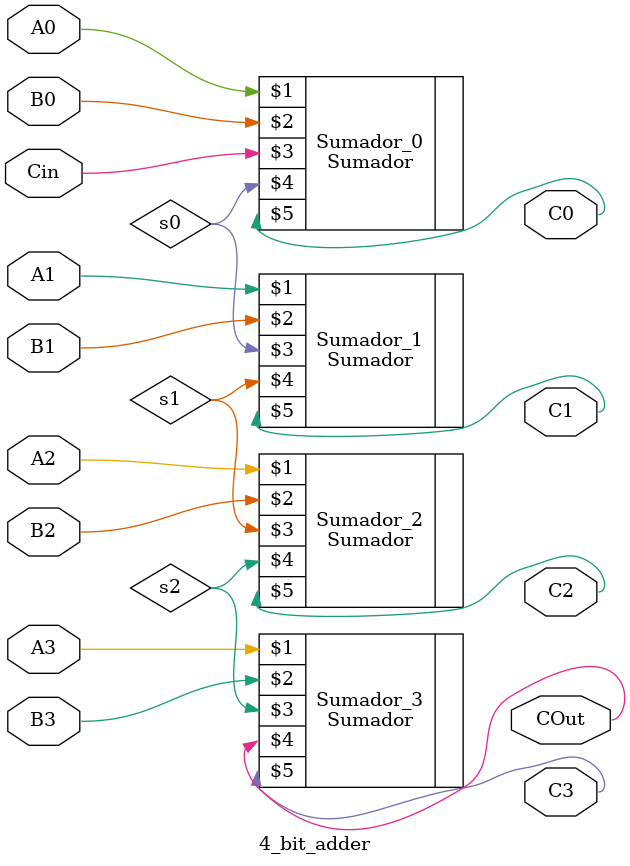
<source format=v>
module \4_bit_adder  (
  input A0,
  input B0,
  input A1,
  input B1,
  input A2,
  input B2,
  input A3,
  input B3,
  input Cin,
  output C0,
  output C1,
  output C2,
  output C3,
  output COut
);
  wire s0;
  wire s1;
  wire s2;
  
  Sumador Sumador_0 (A0,B0,Cin,s0,C0);
  Sumador Sumador_1 (A1,B1,s0,s1,C1);
  Sumador Sumador_2 (A2,B2,s1,s2,C2);
  Sumador Sumador_3 (A3,B3,s2,COut,C3);
endmodule

</source>
